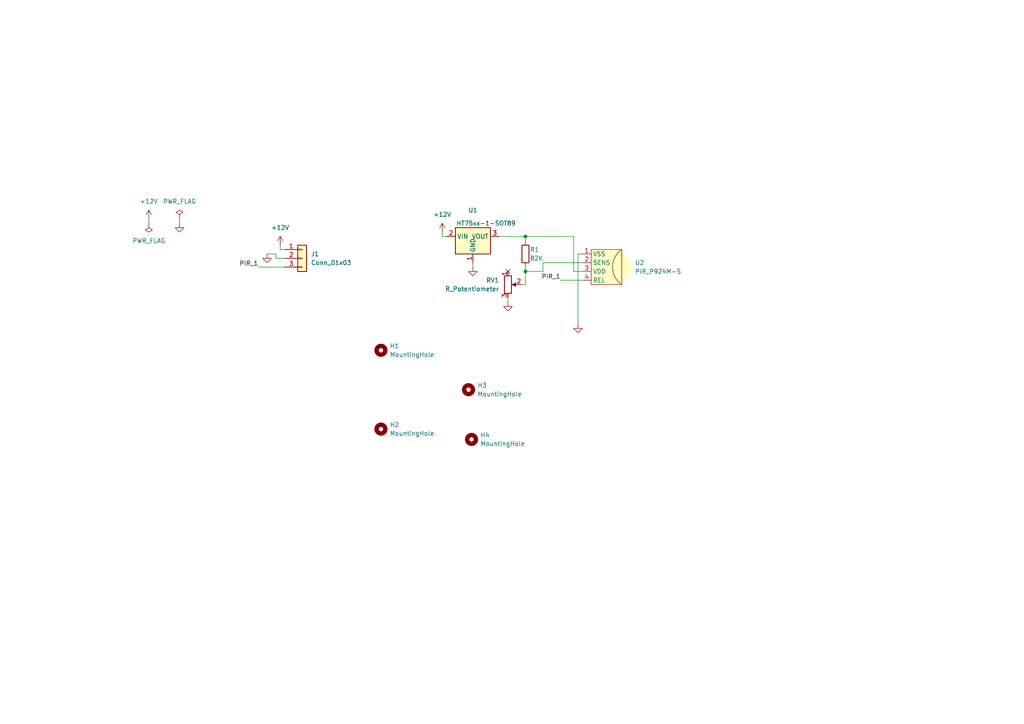
<source format=kicad_sch>
(kicad_sch (version 20211123) (generator eeschema)
  (paper "A4")
  (lib_symbols
    (symbol "Connector_Generic:Conn_01x03" (pin_names (offset 1.016) hide)
      (property "Reference" "J" (at 0 5.08 0))
      (property "Value" "Conn_01x03" (at 0 -5.08 0))
      (symbol "Conn_01x03_1_1"
        (rectangle (start -1.27 -2.413) (end 0 -2.667) (stroke (width 0.1524)))
        (rectangle (start -1.27 0.127) (end 0 -0.127) (stroke (width 0.1524)))
        (rectangle (start -1.27 2.667) (end 0 2.413) (stroke (width 0.1524)))
        (rectangle (start -1.27 3.81) (end 1.27 -3.81) (stroke (width 0.254)) (fill (type background)))
        (pin passive line (at -5.08 2.54 0) (length 3.81) (name "Pin_1") (number "1"))
        (pin passive line (at -5.08 0 0) (length 3.81) (name "Pin_2") (number "2"))
        (pin passive line (at -5.08 -2.54 0) (length 3.81) (name "Pin_3") (number "3"))
      )
    )
    (symbol "Device:R" (pin_numbers hide) (pin_names (offset 0))
      (property "Reference" "R" (at 2.032 0 90))
      (property "Value" "R" (at 0 0 90))
      (symbol "R_0_1"
        (rectangle (start -1.016 -2.54) (end 1.016 2.54) (stroke (width 0.254)))
      )
      (symbol "R_1_1"
        (pin passive line (at 0 3.81 270) (length 1.27) (name "~") (number "1"))
        (pin passive line (at 0 -3.81 90) (length 1.27) (name "~") (number "2"))
      )
    )
    (symbol "Device:R_Potentiometer" (pin_names (offset 1.016) hide)
      (property "Reference" "RV" (at -4.445 0 90))
      (property "Value" "R_Potentiometer" (at -2.54 0 90))
      (symbol "R_Potentiometer_0_1"
        (polyline (pts (xy 2.54 0) (xy 1.524 0)))
        (polyline (pts (xy 1.143 0) (xy 2.286 0.508) (xy 2.286 -0.508) (xy 1.143 0)) (fill (type outline)))
        (rectangle (start 1.016 2.54) (end -1.016 -2.54) (stroke (width 0.254)))
      )
      (symbol "R_Potentiometer_1_1"
        (pin passive line (at 0 3.81 270) (length 1.27) (name "1") (number "1"))
        (pin passive line (at 3.81 0 180) (length 1.27) (name "2") (number "2"))
        (pin passive line (at 0 -3.81 90) (length 1.27) (name "3") (number "3"))
      )
    )
    (symbol "Mechanical:MountingHole" (pin_names (offset 1.016))
      (property "Reference" "H" (at 0 5.08 0))
      (property "Value" "MountingHole" (at 0 3.175 0))
      (symbol "MountingHole_0_1"
        (circle (center 0 0) (radius 1.27) (stroke (width 1.27)))
      )
    )
    (symbol "Regulator_Linear:HT75xx-1-SOT89"
      (property "Reference" "U" (at -5.08 -3.81 0))
      (property "Value" "HT75xx-1-SOT89" (at 0 6.35 0))
      (symbol "HT75xx-1-SOT89_0_1"
        (rectangle (start -5.08 5.08) (end 5.08 -2.54) (stroke (width 0.254)) (fill (type background)))
      )
      (symbol "HT75xx-1-SOT89_1_1"
        (pin power_in line (at 0 -5.08 90) (length 2.54) (name "GND") (number "1"))
        (pin power_in line (at -7.62 2.54 0) (length 2.54) (name "VIN") (number "2"))
        (pin power_out line (at 7.62 2.54 180) (length 2.54) (name "VOUT") (number "3"))
      )
    )
    (symbol "cacophony-symbols:PIR_P924M-S"
      (property "Reference" "U" (at -7.62 8.89 0))
      (property "Value" "PIR_P924M-S" (at -1.27 6.35 0))
      (symbol "PIR_P924M-S_0_1"
        (rectangle (start -8.89 5.08) (end 0 -5.08) (fill (type background)))
        (arc (start 0 5.08) (mid -9.648 0) (end 0 -5.08) (fill (type background)))
      )
      (symbol "PIR_P924M-S_1_1"
        (pin input line (at -11.43 3.81 0) (length 2.54) (name "VSS") (number "1"))
        (pin input line (at -11.43 1.27 0) (length 2.54) (name "SENS") (number "2"))
        (pin input line (at -11.43 -1.27 0) (length 2.54) (name "VDD") (number "3"))
        (pin input line (at -11.43 -3.81 0) (length 2.54) (name "REL") (number "4"))
      )
    )
    (symbol "power:+12V" (power) (pin_names (offset 0))
      (property "Value" "+12V" (at 0 3.556 0))
      (symbol "+12V_0_1"
        (polyline (pts (xy -0.762 1.27) (xy 0 2.54)))
        (polyline (pts (xy 0 0) (xy 0 2.54)))
        (polyline (pts (xy 0 2.54) (xy 0.762 1.27)))
      )
      (symbol "+12V_1_1"
        (pin power_in line (at 0 0 90) (length 0) hide (name "+12V") (number "1"))
      )
    )
    (symbol "power:GND" (power) (pin_names (offset 0))
      (property "Value" "GND" (at 0 -3.81 0))
      (symbol "GND_0_1"
        (polyline (pts (xy 0 0) (xy 0 -1.27) (xy 1.27 -1.27) (xy 0 -2.54) (xy -1.27 -1.27) (xy 0 -1.27)))
      )
      (symbol "GND_1_1"
        (pin power_in line (at 0 0 270) (length 0) hide (name "GND") (number "1"))
      )
    )
    (symbol "power:PWR_FLAG" (power) (pin_numbers hide) (pin_names (offset 0) hide)
      (property "Value" "PWR_FLAG" (at 0 3.81 0))
      (symbol "PWR_FLAG_0_0"
        (pin power_out line (at 0 0 90) (length 0) (name "pwr") (number "1"))
      )
      (symbol "PWR_FLAG_0_1"
        (polyline (pts (xy 0 0) (xy 0 1.27) (xy -1.016 1.905) (xy 0 2.54) (xy 1.016 1.905) (xy 0 1.27)))
      )
    )
  )
  (junction (at 152.4 68.58))
  (junction (at 152.4 78.74))
  (no_connect (at 147.32 78.74))
  (wire (pts (xy 167.64 73.66) (xy 167.64 93.98)))
  (wire (pts (xy 152.4 82.55) (xy 151.13 82.55)))
  (wire (pts (xy 152.4 68.58) (xy 166.37 68.58)))
  (wire (pts (xy 52.07 63.5) (xy 52.07 64.77)))
  (wire (pts (xy 129.54 68.58) (xy 128.27 68.58)))
  (wire (pts (xy 80.01 74.93) (xy 80.01 73.66)))
  (wire (pts (xy 157.48 78.74) (xy 152.4 78.74)))
  (wire (pts (xy 81.28 72.39) (xy 81.28 71.12)))
  (wire (pts (xy 166.37 78.74) (xy 168.91 78.74)))
  (wire (pts (xy 152.4 77.47) (xy 152.4 78.74)))
  (wire (pts (xy 128.27 68.58) (xy 128.27 67.31)))
  (wire (pts (xy 162.56 81.28) (xy 168.91 81.28)))
  (wire (pts (xy 167.64 73.66) (xy 168.91 73.66)))
  (wire (pts (xy 74.93 77.47) (xy 82.55 77.47)))
  (wire (pts (xy 152.4 69.85) (xy 152.4 68.58)))
  (wire (pts (xy 144.78 68.58) (xy 152.4 68.58)))
  (wire (pts (xy 157.48 76.2) (xy 157.48 78.74)))
  (wire (pts (xy 152.4 78.74) (xy 152.4 82.55)))
  (wire (pts (xy 147.32 86.36) (xy 147.32 87.63)))
  (wire (pts (xy 82.55 72.39) (xy 81.28 72.39)))
  (wire (pts (xy 166.37 68.58) (xy 166.37 78.74)))
  (wire (pts (xy 77.47 73.66) (xy 80.01 73.66)))
  (wire (pts (xy 43.18 63.5) (xy 43.18 64.77)))
  (wire (pts (xy 157.48 76.2) (xy 168.91 76.2)))
  (wire (pts (xy 137.16 76.2) (xy 137.16 77.47)))
  (wire (pts (xy 82.55 74.93) (xy 80.01 74.93)))
  (label "PIR_1" (at 74.93 77.47 180))
  (label "PIR_1" (at 162.56 81.28 180))
  (symbol (lib_id "Mechanical:MountingHole") (at 136.7699 127.4446 0) (unit 1) (in_bom no)
    (property "Reference" "H4" (at 139.3099 126.1745 0) (effects (justify left)))
    (property "Value" "MountingHole" (at 139.3099 128.7145 0) (effects (justify left)))
    (property "Footprint" "MountingHole:MountingHole_3.5mm" (effects hide))
  )
  (symbol (lib_id "power:+12V") (at 128.27 67.31 0) (unit 1)
    (property "Reference" "#PWR0104" (effects hide))
    (property "Value" "+12V" (at 128.27 62.23 0))
  )
  (symbol (lib_id "Mechanical:MountingHole") (at 110.49 101.6 0) (unit 1) (in_bom no)
    (property "Reference" "H1" (at 113.03 100.3299 0) (effects (justify left)))
    (property "Value" "MountingHole" (at 113.03 102.8699 0) (effects (justify left)))
    (property "Footprint" "MountingHole:MountingHole_3.5mm" (effects hide))
  )
  (symbol (lib_id "power:+12V") (at 81.28 71.12 0) (unit 1)
    (property "Reference" "#PWR0105" (effects hide))
    (property "Value" "+12V" (at 81.28 66.04 0))
  )
  (symbol (lib_id "Connector_Generic:Conn_01x03") (at 87.63 74.93 0) (unit 1)
    (property "Reference" "J1" (at 90.17 73.6599 0) (effects (justify left)))
    (property "Value" "Conn_01x03" (at 90.17 76.1999 0) (effects (justify left)))
    (property "Footprint" "cacophony-library:CONN-TH_B03B-XASK-1-A-LF-SN" (effects hide))
  )
  (symbol (lib_id "Device:R") (at 152.4 73.66 0) (unit 1)
    (property "Reference" "R1" (at 153.67 72.39 0) (effects (justify left)))
    (property "Value" "82K" (at 153.67 74.93 0) (effects (justify left)))
    (property "Footprint" "Resistor_SMD:R_0603_1608Metric" (effects hide))
    (property "LCSC" "C23254" (effects hide))
  )
  (symbol (lib_id "power:PWR_FLAG") (at 43.18 64.77 180) (unit 1)
    (property "Reference" "#FLG0101" (effects hide))
    (property "Value" "PWR_FLAG" (at 43.18 69.85 0))
  )
  (symbol (lib_id "power:+12V") (at 43.18 63.5 0) (unit 1)
    (property "Reference" "#PWR0107" (effects hide))
    (property "Value" "+12V" (at 43.18 58.42 0))
  )
  (symbol (lib_id "power:GND") (at 52.07 64.77 0) (unit 1)
    (property "Reference" "#PWR0108" (effects hide))
    (property "Value" "GND" (effects hide))
  )
  (symbol (lib_id "Device:R_Potentiometer") (at 147.32 82.55 0) (unit 1)
    (property "Reference" "RV1" (at 144.78 81.2799 0) (effects (justify right)))
    (property "Value" "R_Potentiometer" (at 144.78 83.8199 0) (effects (justify right)))
    (property "Footprint" "Potentiometer_SMD:Potentiometer_Bourns_TC33X_Vertical" (effects hide))
    (property "LCSC" "C128550" (effects hide))
  )
  (symbol (lib_id "Mechanical:MountingHole") (at 110.49 124.46 0) (unit 1) (in_bom no)
    (property "Reference" "H2" (at 113.03 123.1899 0) (effects (justify left)))
    (property "Value" "MountingHole" (at 113.03 125.7299 0) (effects (justify left)))
    (property "Footprint" "MountingHole:MountingHole_3.5mm" (effects hide))
  )
  (symbol (lib_id "power:PWR_FLAG") (at 52.07 63.5 0) (unit 1)
    (property "Reference" "#FLG0102" (effects hide))
    (property "Value" "PWR_FLAG" (at 52.07 58.42 0))
  )
  (symbol (lib_id "cacophony-symbols:PIR_P924M-S") (at 180.34 77.47 0) (unit 1)
    (property "Reference" "U2" (at 184.15 76.1999 0) (effects (justify left)))
    (property "Value" "PIR_P924M-S" (at 184.15 78.7399 0) (effects (justify left)))
    (property "Footprint" "cacophony-footprints:PIR_P924M-S" (effects hide))
    (property "Datasheet" "https://datasheet.lcsc.com/lcsc/1811101110_Shanghai-Nicera-Sensor-P924M-S_C139580.pdf" (effects hide))
    (property "LCSC" "C139580" (effects hide))
  )
  (symbol (lib_id "Regulator_Linear:HT75xx-1-SOT89") (at 137.16 71.12 0) (unit 1)
    (property "Reference" "U1" (at 137.16 60.96 0))
    (property "Value" "HT75xx-1-SOT89" (at 140.97 64.77 0))
    (property "Footprint" "Package_TO_SOT_SMD:SOT-89-3" (effects hide))
    (property "Datasheet" "https://www.holtek.com/documents/10179/116711/HT75xx-1v250.pdf" (effects hide))
    (property "LCSC" "C14289" (effects hide))
  )
  (symbol (lib_id "power:GND") (at 137.16 77.47 0) (unit 1)
    (property "Reference" "#PWR0102" (effects hide))
    (property "Value" "GND" (effects hide))
  )
  (symbol (lib_id "power:GND") (at 167.64 93.98 0) (unit 1)
    (property "Reference" "#PWR0103" (effects hide))
    (property "Value" "GND" (effects hide))
  )
  (symbol (lib_id "Mechanical:MountingHole") (at 135.89 113.03 0) (unit 1) (in_bom no)
    (property "Reference" "H3" (at 138.43 111.7599 0) (effects (justify left)))
    (property "Value" "MountingHole" (at 138.43 114.2999 0) (effects (justify left)))
    (property "Footprint" "MountingHole:MountingHole_3.5mm" (effects hide))
  )
  (symbol (lib_id "power:GND") (at 147.32 87.63 0) (unit 1)
    (property "Reference" "#PWR0101" (effects hide))
    (property "Value" "GND" (effects hide))
  )
  (symbol (lib_id "power:GND") (at 77.47 73.66 0) (unit 1)
    (property "Reference" "#PWR0106" (effects hide))
    (property "Value" "GND" (effects hide))
  )
)
</source>
